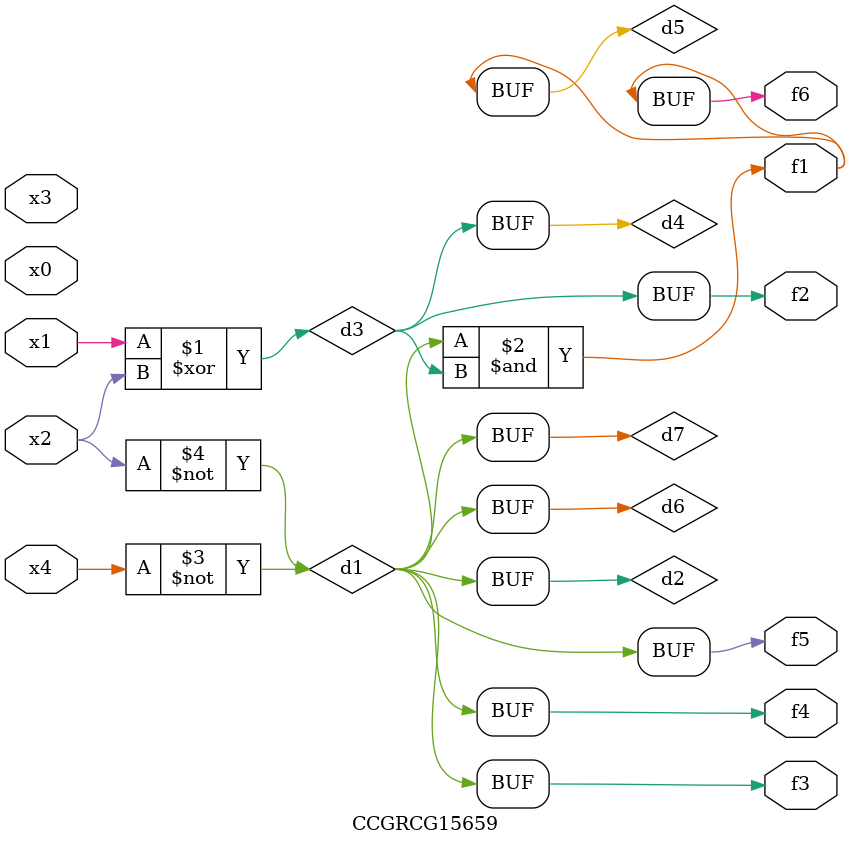
<source format=v>
module CCGRCG15659(
	input x0, x1, x2, x3, x4,
	output f1, f2, f3, f4, f5, f6
);

	wire d1, d2, d3, d4, d5, d6, d7;

	not (d1, x4);
	not (d2, x2);
	xor (d3, x1, x2);
	buf (d4, d3);
	and (d5, d1, d3);
	buf (d6, d1, d2);
	buf (d7, d2);
	assign f1 = d5;
	assign f2 = d4;
	assign f3 = d7;
	assign f4 = d7;
	assign f5 = d7;
	assign f6 = d5;
endmodule

</source>
